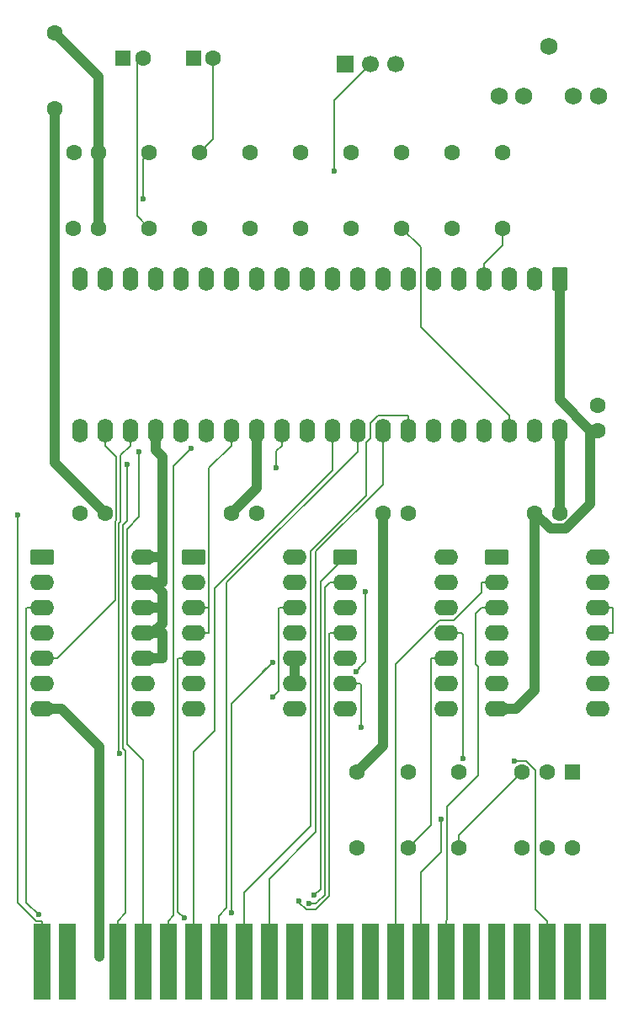
<source format=gbr>
%TF.GenerationSoftware,KiCad,Pcbnew,9.0.3*%
%TF.CreationDate,2025-08-12T14:11:43+01:00*%
%TF.ProjectId,MyZON-X,4d795a4f-4e2d-4582-9e6b-696361645f70,1.0*%
%TF.SameCoordinates,Original*%
%TF.FileFunction,Copper,L1,Top*%
%TF.FilePolarity,Positive*%
%FSLAX46Y46*%
G04 Gerber Fmt 4.6, Leading zero omitted, Abs format (unit mm)*
G04 Created by KiCad (PCBNEW 9.0.3) date 2025-08-12 14:11:43*
%MOMM*%
%LPD*%
G01*
G04 APERTURE LIST*
G04 Aperture macros list*
%AMRoundRect*
0 Rectangle with rounded corners*
0 $1 Rounding radius*
0 $2 $3 $4 $5 $6 $7 $8 $9 X,Y pos of 4 corners*
0 Add a 4 corners polygon primitive as box body*
4,1,4,$2,$3,$4,$5,$6,$7,$8,$9,$2,$3,0*
0 Add four circle primitives for the rounded corners*
1,1,$1+$1,$2,$3*
1,1,$1+$1,$4,$5*
1,1,$1+$1,$6,$7*
1,1,$1+$1,$8,$9*
0 Add four rect primitives between the rounded corners*
20,1,$1+$1,$2,$3,$4,$5,0*
20,1,$1+$1,$4,$5,$6,$7,0*
20,1,$1+$1,$6,$7,$8,$9,0*
20,1,$1+$1,$8,$9,$2,$3,0*%
G04 Aperture macros list end*
%TA.AperFunction,ComponentPad*%
%ADD10C,1.600000*%
%TD*%
%TA.AperFunction,ComponentPad*%
%ADD11RoundRect,0.250000X-0.550000X0.950000X-0.550000X-0.950000X0.550000X-0.950000X0.550000X0.950000X0*%
%TD*%
%TA.AperFunction,ComponentPad*%
%ADD12O,1.600000X2.400000*%
%TD*%
%TA.AperFunction,ConnectorPad*%
%ADD13R,1.778000X7.620000*%
%TD*%
%TA.AperFunction,ComponentPad*%
%ADD14RoundRect,0.250000X-0.550000X0.550000X-0.550000X-0.550000X0.550000X-0.550000X0.550000X0.550000X0*%
%TD*%
%TA.AperFunction,ComponentPad*%
%ADD15R,1.700000X1.700000*%
%TD*%
%TA.AperFunction,ComponentPad*%
%ADD16C,1.700000*%
%TD*%
%TA.AperFunction,ComponentPad*%
%ADD17RoundRect,0.250000X-0.550000X-0.550000X0.550000X-0.550000X0.550000X0.550000X-0.550000X0.550000X0*%
%TD*%
%TA.AperFunction,ComponentPad*%
%ADD18C,1.752600*%
%TD*%
%TA.AperFunction,ComponentPad*%
%ADD19RoundRect,0.250000X-0.950000X-0.550000X0.950000X-0.550000X0.950000X0.550000X-0.950000X0.550000X0*%
%TD*%
%TA.AperFunction,ComponentPad*%
%ADD20O,2.400000X1.600000*%
%TD*%
%TA.AperFunction,ViaPad*%
%ADD21C,0.600000*%
%TD*%
%TA.AperFunction,ViaPad*%
%ADD22C,0.800000*%
%TD*%
%TA.AperFunction,Conductor*%
%ADD23C,1.000000*%
%TD*%
%TA.AperFunction,Conductor*%
%ADD24C,0.200000*%
%TD*%
G04 APERTURE END LIST*
D10*
%TO.P,R12,1*%
%TO.N,GND*%
X57150000Y-59055000D03*
%TO.P,R12,2*%
%TO.N,GND_AUDIO*%
X57150000Y-51435000D03*
%TD*%
%TO.P,C5,1*%
%TO.N,VCC*%
X59710000Y-99695000D03*
%TO.P,C5,2*%
%TO.N,GND*%
X62210000Y-99695000D03*
%TD*%
%TO.P,R4,1*%
%TO.N,/OUTA*%
X102235000Y-71120000D03*
%TO.P,R4,2*%
%TO.N,Net-(C1-Pad1)*%
X102235000Y-63500000D03*
%TD*%
D11*
%TO.P,U1,1,GND*%
%TO.N,GND*%
X107940000Y-76200000D03*
D12*
%TO.P,U1,2,NC2*%
%TO.N,unconnected-(U1-NC2-Pad2)*%
X105400000Y-76200000D03*
%TO.P,U1,3,OUTB*%
%TO.N,/OUTB*%
X102860000Y-76200000D03*
%TO.P,U1,4,OUTA*%
%TO.N,/OUTA*%
X100320000Y-76200000D03*
%TO.P,U1,5,NC5*%
%TO.N,unconnected-(U1-NC5-Pad5)*%
X97780000Y-76200000D03*
%TO.P,U1,6,IOB7*%
%TO.N,unconnected-(U1-IOB7-Pad6)*%
X95240000Y-76200000D03*
%TO.P,U1,7,IOB6*%
%TO.N,unconnected-(U1-IOB6-Pad7)*%
X92700000Y-76200000D03*
%TO.P,U1,8,IOB5*%
%TO.N,unconnected-(U1-IOB5-Pad8)*%
X90160000Y-76200000D03*
%TO.P,U1,9,IOB4*%
%TO.N,unconnected-(U1-IOB4-Pad9)*%
X87620000Y-76200000D03*
%TO.P,U1,10,IOB3*%
%TO.N,unconnected-(U1-IOB3-Pad10)*%
X85080000Y-76200000D03*
%TO.P,U1,11,IOB2*%
%TO.N,unconnected-(U1-IOB2-Pad11)*%
X82540000Y-76200000D03*
%TO.P,U1,12,IOB1*%
%TO.N,unconnected-(U1-IOB1-Pad12)*%
X80000000Y-76200000D03*
%TO.P,U1,13,IOB0*%
%TO.N,unconnected-(U1-IOB0-Pad13)*%
X77460000Y-76200000D03*
%TO.P,U1,14,IOA7*%
%TO.N,unconnected-(U1-IOA7-Pad14)*%
X74920000Y-76200000D03*
%TO.P,U1,15,IOA6*%
%TO.N,unconnected-(U1-IOA6-Pad15)*%
X72380000Y-76200000D03*
%TO.P,U1,16,IOA5*%
%TO.N,unconnected-(U1-IOA5-Pad16)*%
X69840000Y-76200000D03*
%TO.P,U1,17,IOA4*%
%TO.N,unconnected-(U1-IOA4-Pad17)*%
X67300000Y-76200000D03*
%TO.P,U1,18,IOA3*%
%TO.N,unconnected-(U1-IOA3-Pad18)*%
X64760000Y-76200000D03*
%TO.P,U1,19,IOA2*%
%TO.N,unconnected-(U1-IOA2-Pad19)*%
X62220000Y-76200000D03*
%TO.P,U1,20,IOA1*%
%TO.N,unconnected-(U1-IOA1-Pad20)*%
X59680000Y-76200000D03*
%TO.P,U1,21,IOA0*%
%TO.N,unconnected-(U1-IOA0-Pad21)*%
X59680000Y-91440000D03*
%TO.P,U1,22,CLOCK*%
%TO.N,/PSGCLK*%
X62220000Y-91440000D03*
%TO.P,U1,23,RESET*%
%TO.N,/~{RESET}*%
X64760000Y-91440000D03*
%TO.P,U1,24,A9*%
%TO.N,VCC*%
X67300000Y-91440000D03*
%TO.P,U1,25,A8*%
X69840000Y-91440000D03*
%TO.P,U1,26,TEST2*%
%TO.N,unconnected-(U1-TEST2-Pad26)*%
X72380000Y-91440000D03*
%TO.P,U1,27,BDIR*%
%TO.N,/BDIR*%
X74920000Y-91440000D03*
%TO.P,U1,28,BC2*%
%TO.N,VCC*%
X77460000Y-91440000D03*
%TO.P,U1,29,BC1*%
%TO.N,/BC1*%
X80000000Y-91440000D03*
%TO.P,U1,30,D7*%
%TO.N,/D7*%
X82540000Y-91440000D03*
%TO.P,U1,31,D6*%
%TO.N,/D6*%
X85080000Y-91440000D03*
%TO.P,U1,32,D5*%
%TO.N,/D5*%
X87620000Y-91440000D03*
%TO.P,U1,33,D4*%
%TO.N,/D4*%
X90160000Y-91440000D03*
%TO.P,U1,34,D3*%
%TO.N,/D3*%
X92700000Y-91440000D03*
%TO.P,U1,35,D2*%
%TO.N,/D2*%
X95240000Y-91440000D03*
%TO.P,U1,36,D1*%
%TO.N,/D1*%
X97780000Y-91440000D03*
%TO.P,U1,37,D0*%
%TO.N,/D0*%
X100320000Y-91440000D03*
%TO.P,U1,38,OUTC*%
%TO.N,/OUTC*%
X102860000Y-91440000D03*
%TO.P,U1,39,TEST1*%
%TO.N,unconnected-(U1-TEST1-Pad39)*%
X105400000Y-91440000D03*
%TO.P,U1,40,VCC*%
%TO.N,VCC*%
X107940000Y-91440000D03*
%TD*%
D10*
%TO.P,R11,1*%
%TO.N,Net-(C2-Pad2)*%
X66675000Y-71120000D03*
%TO.P,R11,2*%
%TO.N,Net-(CO3-Pin_1)*%
X66675000Y-63500000D03*
%TD*%
%TO.P,C3,1*%
%TO.N,Net-(CO3-Pin_2)*%
X59080000Y-63500000D03*
%TO.P,C3,2*%
%TO.N,GND_AUDIO*%
X61580000Y-63500000D03*
%TD*%
%TO.P,R3,1*%
%TO.N,VCC*%
X87555000Y-125730000D03*
%TO.P,R3,2*%
%TO.N,Net-(R3-Pad2)*%
X87555000Y-133350000D03*
%TD*%
%TO.P,C6,1*%
%TO.N,VCC*%
X74950000Y-99695000D03*
%TO.P,C6,2*%
%TO.N,GND*%
X77450000Y-99695000D03*
%TD*%
D13*
%TO.P,CO1,B3,D7*%
%TO.N,/D7*%
X55874982Y-144780000D03*
%TO.P,CO1,B4,~{RAMCS}*%
%TO.N,unconnected-(CO1-~{RAMCS}-PadB4)*%
X58414982Y-144780000D03*
%TO.P,CO1,B6,D0*%
%TO.N,/D0*%
X63494982Y-144780000D03*
%TO.P,CO1,B7,D1*%
%TO.N,/D1*%
X66034982Y-144780000D03*
%TO.P,CO1,B8,D2*%
%TO.N,/D2*%
X68574982Y-144780000D03*
%TO.P,CO1,B9,D6*%
%TO.N,/D6*%
X71114982Y-144780000D03*
%TO.P,CO1,B10,D5*%
%TO.N,/D5*%
X73654982Y-144780000D03*
%TO.P,CO1,B11,D3*%
%TO.N,/D3*%
X76194982Y-144780000D03*
%TO.P,CO1,B12,D4*%
%TO.N,/D4*%
X78724982Y-144780000D03*
%TO.P,CO1,B13,~{INT}*%
%TO.N,unconnected-(CO1-~{INT}-PadB13)*%
X81274982Y-144780000D03*
%TO.P,CO1,B14,~{NMI}*%
%TO.N,unconnected-(CO1-~{NMI}-PadB14)*%
X83814982Y-144780000D03*
%TO.P,CO1,B15,~{HALT}*%
%TO.N,unconnected-(CO1-~{HALT}-PadB15)*%
X86354982Y-144780000D03*
%TO.P,CO1,B16,~{MREQ}*%
%TO.N,unconnected-(CO1-~{MREQ}-PadB16)*%
X88894982Y-144780000D03*
%TO.P,CO1,B17,~{IOREQ}*%
%TO.N,/~{IOREQ}*%
X91434982Y-144780000D03*
%TO.P,CO1,B18,~{RD}*%
%TO.N,/~{RD}*%
X93974982Y-144780000D03*
%TO.P,CO1,B19,~{WR}*%
%TO.N,/~{WR}*%
X96514982Y-144780000D03*
%TO.P,CO1,B20,~{BUSAC}*%
%TO.N,unconnected-(CO1-~{BUSAC}-PadB20)*%
X99054982Y-144780000D03*
%TO.P,CO1,B21,~{WAIT}*%
%TO.N,unconnected-(CO1-~{WAIT}-PadB21)*%
X101594982Y-144780000D03*
%TO.P,CO1,B22,~{BUSRQ}*%
%TO.N,unconnected-(CO1-~{BUSRQ}-PadB22)*%
X104134982Y-144780000D03*
%TO.P,CO1,B23,~{RESET}*%
%TO.N,/~{RESET}*%
X106674982Y-144780000D03*
%TO.P,CO1,B24,~{M1}*%
%TO.N,unconnected-(CO1-~{M1}-PadB24)*%
X109214982Y-144780000D03*
%TO.P,CO1,B25,~{RFSH}*%
%TO.N,unconnected-(CO1-~{RFSH}-PadB25)*%
X111754982Y-144780000D03*
%TD*%
D10*
%TO.P,R1,1*%
%TO.N,VCC*%
X97785000Y-125730000D03*
%TO.P,R1,2*%
%TO.N,Net-(R1-Pad2)*%
X97785000Y-133350000D03*
%TD*%
D14*
%TO.P,SW1,1*%
%TO.N,Net-(R3-Pad2)*%
X109220000Y-125730000D03*
D10*
%TO.P,SW1,2*%
%TO.N,Net-(R2-Pad2)*%
X106680000Y-125730000D03*
%TO.P,SW1,3*%
%TO.N,Net-(R1-Pad2)*%
X104140000Y-125730000D03*
%TO.P,SW1,4*%
%TO.N,/A6*%
X104140000Y-133350000D03*
%TO.P,SW1,5*%
%TO.N,/A5*%
X106680000Y-133350000D03*
%TO.P,SW1,6*%
%TO.N,/A4*%
X109220000Y-133350000D03*
%TD*%
%TO.P,R8,1*%
%TO.N,Net-(C1-Pad1)*%
X81915000Y-63500000D03*
%TO.P,R8,2*%
%TO.N,GND_AUDIO*%
X81915000Y-71120000D03*
%TD*%
%TO.P,R2,1*%
%TO.N,VCC*%
X92705000Y-125730000D03*
%TO.P,R2,2*%
%TO.N,Net-(R2-Pad2)*%
X92705000Y-133350000D03*
%TD*%
D15*
%TO.P,CO3,1,Pin_1*%
%TO.N,Net-(CO3-Pin_1)*%
X86355000Y-54610000D03*
D16*
%TO.P,CO3,2,Pin_2*%
%TO.N,Net-(CO3-Pin_2)*%
X88895000Y-54610000D03*
%TO.P,CO3,3,Pin_3*%
%TO.N,GND_AUDIO*%
X91435000Y-54610000D03*
%TD*%
D10*
%TO.P,C4,1*%
%TO.N,Net-(CO3-Pin_1)*%
X59060000Y-71120000D03*
%TO.P,C4,2*%
%TO.N,GND_AUDIO*%
X61560000Y-71120000D03*
%TD*%
D17*
%TO.P,C2,1*%
%TO.N,Net-(C2-Pad1)*%
X64035000Y-53975000D03*
D10*
%TO.P,C2,2*%
%TO.N,Net-(C2-Pad2)*%
X66035000Y-53975000D03*
%TD*%
%TO.P,R7,1*%
%TO.N,Net-(C1-Pad1)*%
X86995000Y-63500000D03*
%TO.P,R7,2*%
%TO.N,/OUTC*%
X86995000Y-71120000D03*
%TD*%
%TO.P,R5,1*%
%TO.N,/OUTB*%
X97155000Y-71120000D03*
%TO.P,R5,2*%
%TO.N,Net-(C2-Pad1)*%
X97155000Y-63500000D03*
%TD*%
D18*
%TO.P,CO2,1,1*%
%TO.N,unconnected-(CO2-Pad1)*%
X111845100Y-57840000D03*
%TO.P,CO2,2,2*%
%TO.N,Net-(CO3-Pin_2)*%
X109345100Y-57840000D03*
%TO.P,CO2,3,3*%
%TO.N,Net-(CO3-Pin_1)*%
X104345100Y-57840000D03*
%TO.P,CO2,4,4*%
%TO.N,unconnected-(CO2-Pad4)*%
X101845100Y-57840000D03*
%TO.P,CO2,5,5*%
%TO.N,GND_AUDIO*%
X106845100Y-52840000D03*
%TD*%
D19*
%TO.P,U4,1*%
%TO.N,/A3*%
X86360000Y-104140000D03*
D20*
%TO.P,U4,2*%
%TO.N,/A2*%
X86360000Y-106680000D03*
%TO.P,U4,3*%
%TO.N,Net-(U4-Pad12)*%
X86360000Y-109220000D03*
%TO.P,U4,4*%
%TO.N,/A0*%
X86360000Y-111760000D03*
%TO.P,U4,5*%
%TO.N,Net-(U4-Pad5)*%
X86360000Y-114300000D03*
%TO.P,U4,6*%
%TO.N,/VALID*%
X86360000Y-116840000D03*
%TO.P,U4,7,GND*%
%TO.N,GND*%
X86360000Y-119380000D03*
%TO.P,U4,8*%
%TO.N,Net-(U4-Pad5)*%
X96520000Y-119380000D03*
%TO.P,U4,9*%
%TO.N,Net-(R3-Pad2)*%
X96520000Y-116840000D03*
%TO.P,U4,10*%
%TO.N,Net-(R2-Pad2)*%
X96520000Y-114300000D03*
%TO.P,U4,11*%
%TO.N,Net-(R1-Pad2)*%
X96520000Y-111760000D03*
%TO.P,U4,12*%
%TO.N,Net-(U4-Pad12)*%
X96520000Y-109220000D03*
%TO.P,U4,13*%
%TO.N,/A1*%
X96520000Y-106680000D03*
%TO.P,U4,14,VCC*%
%TO.N,VCC*%
X96520000Y-104140000D03*
%TD*%
D19*
%TO.P,U5,1*%
%TO.N,/IOWR*%
X101600000Y-104140000D03*
D20*
%TO.P,U5,2*%
%TO.N,/~{IOREQ}*%
X101600000Y-106680000D03*
%TO.P,U5,3*%
%TO.N,/~{WR}*%
X101600000Y-109220000D03*
%TO.P,U5,4*%
%TO.N,Net-(U5-Pad11)*%
X101600000Y-111760000D03*
%TO.P,U5,5*%
%TO.N,Net-(U3-Pad6)*%
X101600000Y-114300000D03*
%TO.P,U5,6*%
%TO.N,Net-(U3-Pad11)*%
X101600000Y-116840000D03*
%TO.P,U5,7,GND*%
%TO.N,GND*%
X101600000Y-119380000D03*
%TO.P,U5,8*%
%TO.N,/~{IOREQ}*%
X111760000Y-119380000D03*
%TO.P,U5,9*%
%TO.N,/~{RD}*%
X111760000Y-116840000D03*
%TO.P,U5,10*%
%TO.N,/IORD*%
X111760000Y-114300000D03*
%TO.P,U5,11*%
%TO.N,Net-(U5-Pad11)*%
X111760000Y-111760000D03*
%TO.P,U5,12*%
X111760000Y-109220000D03*
%TO.P,U5,13*%
%TO.N,/BC1*%
X111760000Y-106680000D03*
%TO.P,U5,14,VCC*%
%TO.N,VCC*%
X111760000Y-104140000D03*
%TD*%
D17*
%TO.P,C1,1*%
%TO.N,Net-(C1-Pad1)*%
X71115000Y-53975000D03*
D10*
%TO.P,C1,2*%
%TO.N,Net-(C1-Pad2)*%
X73115000Y-53975000D03*
%TD*%
%TO.P,R6,1*%
%TO.N,Net-(C2-Pad1)*%
X92075000Y-63500000D03*
%TO.P,R6,2*%
%TO.N,/OUTC*%
X92075000Y-71120000D03*
%TD*%
%TO.P,C9,1*%
%TO.N,VCC*%
X111755000Y-88900000D03*
%TO.P,C9,2*%
%TO.N,GND*%
X111755000Y-91400000D03*
%TD*%
D19*
%TO.P,U3,1*%
%TO.N,/VALID*%
X71120000Y-104140000D03*
D20*
%TO.P,U3,2*%
%TO.N,/IOWR*%
X71120000Y-106680000D03*
%TO.P,U3,3*%
%TO.N,/BDIR*%
X71120000Y-109220000D03*
%TO.P,U3,4*%
X71120000Y-111760000D03*
%TO.P,U3,5*%
%TO.N,/A7*%
X71120000Y-114300000D03*
%TO.P,U3,6*%
%TO.N,Net-(U3-Pad6)*%
X71120000Y-116840000D03*
%TO.P,U3,7,GND*%
%TO.N,GND*%
X71120000Y-119380000D03*
%TO.P,U3,8*%
%TO.N,unconnected-(U3-Pad8)*%
X81280000Y-119380000D03*
%TO.P,U3,9*%
%TO.N,GND*%
X81280000Y-116840000D03*
%TO.P,U3,10*%
X81280000Y-114300000D03*
%TO.P,U3,11*%
%TO.N,Net-(U3-Pad11)*%
X81280000Y-111760000D03*
%TO.P,U3,12*%
%TO.N,/VALID*%
X81280000Y-109220000D03*
%TO.P,U3,13*%
%TO.N,/IORD*%
X81280000Y-106680000D03*
%TO.P,U3,14,VCC*%
%TO.N,VCC*%
X81280000Y-104140000D03*
%TD*%
D19*
%TO.P,U2,1,~{R}*%
%TO.N,VCC*%
X55880000Y-104140000D03*
D20*
%TO.P,U2,2,D*%
%TO.N,Net-(U2A-D)*%
X55880000Y-106680000D03*
%TO.P,U2,3,C*%
%TO.N,/CLK*%
X55880000Y-109220000D03*
%TO.P,U2,4,~{S}*%
%TO.N,VCC*%
X55880000Y-111760000D03*
%TO.P,U2,5,Q*%
%TO.N,/PSGCLK*%
X55880000Y-114300000D03*
%TO.P,U2,6,~{Q}*%
%TO.N,Net-(U2A-D)*%
X55880000Y-116840000D03*
%TO.P,U2,7,GND*%
%TO.N,GND*%
X55880000Y-119380000D03*
%TO.P,U2,8,~{Q}*%
%TO.N,unconnected-(U2B-~{Q}-Pad8)*%
X66040000Y-119380000D03*
%TO.P,U2,9,Q*%
%TO.N,unconnected-(U2B-Q-Pad9)*%
X66040000Y-116840000D03*
%TO.P,U2,10,~{S}*%
%TO.N,VCC*%
X66040000Y-114300000D03*
%TO.P,U2,11,C*%
X66040000Y-111760000D03*
%TO.P,U2,12,D*%
X66040000Y-109220000D03*
%TO.P,U2,13,~{R}*%
X66040000Y-106680000D03*
%TO.P,U2,14,VCC*%
X66040000Y-104140000D03*
%TD*%
D10*
%TO.P,R10,1*%
%TO.N,Net-(C1-Pad2)*%
X71755000Y-63500000D03*
%TO.P,R10,2*%
%TO.N,Net-(CO3-Pin_2)*%
X71755000Y-71120000D03*
%TD*%
%TO.P,C7,1*%
%TO.N,VCC*%
X90190000Y-99695000D03*
%TO.P,C7,2*%
%TO.N,GND*%
X92690000Y-99695000D03*
%TD*%
%TO.P,C8,1*%
%TO.N,VCC*%
X107930000Y-99695000D03*
%TO.P,C8,2*%
%TO.N,GND*%
X105430000Y-99695000D03*
%TD*%
%TO.P,R9,1*%
%TO.N,Net-(C2-Pad1)*%
X76835000Y-63500000D03*
%TO.P,R9,2*%
%TO.N,GND_AUDIO*%
X76835000Y-71120000D03*
%TD*%
D21*
%TO.N,/VALID*%
X87995500Y-121250400D03*
X79052300Y-118231000D03*
%TO.N,/BC1*%
X79472300Y-95180200D03*
%TO.N,Net-(R1-Pad2)*%
X98217900Y-124333200D03*
%TO.N,/D1*%
X65651300Y-93559200D03*
%TO.N,/D0*%
X64427300Y-94792800D03*
%TO.N,/A0*%
X81730200Y-138707300D03*
%TO.N,/A1*%
X74914500Y-139862900D03*
X79052300Y-114686800D03*
X87442200Y-115616900D03*
X88441600Y-107572400D03*
%TO.N,/A2*%
X82708500Y-138939800D03*
%TO.N,/~{RD}*%
X96033400Y-130492500D03*
%TO.N,/A3*%
X83282700Y-138105000D03*
%TO.N,/A7*%
X70176500Y-140394800D03*
%TO.N,/~{RESET}*%
X103384700Y-124628300D03*
X63653100Y-123841300D03*
%TO.N,Net-(CO3-Pin_1)*%
X66036000Y-68115500D03*
%TO.N,Net-(CO3-Pin_2)*%
X85263300Y-65315300D03*
%TO.N,/D7*%
X53467800Y-99902800D03*
%TO.N,/D2*%
X70900400Y-93204300D03*
%TO.N,/CLK*%
X55547300Y-140047300D03*
D22*
%TO.N,GND*%
X61628800Y-144254800D03*
%TD*%
D23*
%TO.N,GND_AUDIO*%
X61560000Y-63520000D02*
X61560000Y-64095900D01*
X61580000Y-63500000D02*
X61560000Y-63520000D01*
X61560000Y-64095900D02*
X61560000Y-71120000D01*
X61560000Y-55845000D02*
X57150000Y-51435000D01*
X61560000Y-64095900D02*
X61560000Y-55845000D01*
D24*
%TO.N,Net-(U5-Pad11)*%
X113261700Y-111760000D02*
X113261700Y-109220000D01*
X111760000Y-111760000D02*
X113261700Y-111760000D01*
X111760000Y-109220000D02*
X113261700Y-109220000D01*
%TO.N,/VALID*%
X87995500Y-116973800D02*
X87995500Y-121250400D01*
X87861700Y-116840000D02*
X87995500Y-116973800D01*
X79664000Y-109334300D02*
X79778300Y-109220000D01*
X79664000Y-117619300D02*
X79664000Y-109334300D01*
X79052300Y-118231000D02*
X79664000Y-117619300D01*
X81280000Y-109220000D02*
X79778300Y-109220000D01*
X79052300Y-118231000D02*
X79372200Y-117911100D01*
X79372200Y-117911100D02*
X79052300Y-118231000D01*
X86360000Y-116840000D02*
X87861700Y-116840000D01*
%TO.N,/BC1*%
X79472300Y-93469400D02*
X79472300Y-95180200D01*
X80000000Y-92941700D02*
X79472300Y-93469400D01*
X80000000Y-91440000D02*
X80000000Y-92941700D01*
%TO.N,/BDIR*%
X72621700Y-111760000D02*
X72621700Y-109220000D01*
X71120000Y-111760000D02*
X72621700Y-111760000D01*
X71120000Y-109220000D02*
X72521400Y-109220000D01*
X72521400Y-109220000D02*
X72621200Y-109220000D01*
X72621200Y-109220000D02*
X72621700Y-109220000D01*
X72691700Y-95170000D02*
X74920000Y-92941700D01*
X72691700Y-109149500D02*
X72691700Y-95170000D01*
X72621200Y-109220000D02*
X72691700Y-109149500D01*
X74920000Y-91440000D02*
X74920000Y-92941700D01*
%TO.N,/PSGCLK*%
X62220000Y-91440000D02*
X62220000Y-92941700D01*
X55880000Y-114300000D02*
X57381700Y-114300000D01*
X63222200Y-108459500D02*
X57381700Y-114300000D01*
X63222200Y-100581400D02*
X63222200Y-108459500D01*
X63370600Y-100433000D02*
X63222200Y-100581400D01*
X63370600Y-94092300D02*
X63370600Y-100433000D01*
X62220000Y-92941700D02*
X63370600Y-94092300D01*
%TO.N,/OUTC*%
X93970000Y-81048300D02*
X102860000Y-89938300D01*
X93970000Y-73015000D02*
X93970000Y-81048300D01*
X92075000Y-71120000D02*
X93970000Y-73015000D01*
X102860000Y-91440000D02*
X102860000Y-89938300D01*
%TO.N,/OUTA*%
X102235000Y-72783300D02*
X100320000Y-74698300D01*
X102235000Y-71120000D02*
X102235000Y-72783300D01*
X100320000Y-76200000D02*
X100320000Y-74698300D01*
%TO.N,Net-(R2-Pad2)*%
X96520000Y-114300000D02*
X95018300Y-114300000D01*
X95018300Y-131036700D02*
X92705000Y-133350000D01*
X95018300Y-114300000D02*
X95018300Y-131036700D01*
%TO.N,Net-(R1-Pad2)*%
X97785000Y-132085000D02*
X97785000Y-133350000D01*
X104140000Y-125730000D02*
X97785000Y-132085000D01*
X96520000Y-111760000D02*
X98021700Y-111760000D01*
X98217900Y-111956200D02*
X98021700Y-111760000D01*
X98217900Y-124333200D02*
X98217900Y-111956200D01*
%TO.N,/D1*%
X66035000Y-124521300D02*
X66035000Y-144780000D01*
X64427300Y-122913600D02*
X66035000Y-124521300D01*
X64427300Y-101333800D02*
X64427300Y-122913600D01*
X65651300Y-100109800D02*
X64427300Y-101333800D01*
X65651300Y-93559200D02*
X65651300Y-100109800D01*
%TO.N,/~{WR}*%
X101600000Y-109220000D02*
X100098300Y-109220000D01*
X99505100Y-114894300D02*
X99564000Y-114953200D01*
X99505100Y-109813200D02*
X99505100Y-114894300D01*
X100098300Y-109220000D02*
X99505100Y-109813200D01*
X99564000Y-114953200D02*
X99728800Y-115118000D01*
X99564000Y-114953200D02*
X99728800Y-115118000D01*
X99728800Y-126059600D02*
X99728800Y-115118000D01*
X96635100Y-129153300D02*
X99728800Y-126059600D01*
X96635100Y-140548200D02*
X96635100Y-129153300D01*
X96515000Y-140668300D02*
X96635100Y-140548200D01*
X96515000Y-144780000D02*
X96515000Y-140668300D01*
%TO.N,/D0*%
X63495000Y-144780000D02*
X63495000Y-140668300D01*
X64281500Y-139881800D02*
X63495000Y-140668300D01*
X64281500Y-123618500D02*
X64281500Y-139881800D01*
X64025600Y-123362600D02*
X64281500Y-123618500D01*
X64025600Y-100914000D02*
X64025600Y-123362600D01*
X64427300Y-100512300D02*
X64025600Y-100914000D01*
X64427300Y-94792800D02*
X64427300Y-100512300D01*
%TO.N,/D3*%
X89645200Y-89938300D02*
X92700000Y-89938300D01*
X88890000Y-90693500D02*
X89645200Y-89938300D01*
X88890000Y-92182600D02*
X88890000Y-90693500D01*
X88467700Y-92604900D02*
X88890000Y-92182600D01*
X88467700Y-97980300D02*
X88467700Y-92604900D01*
X82884700Y-103563300D02*
X88467700Y-97980300D01*
X82884700Y-131130800D02*
X82884700Y-103563300D01*
X76195000Y-137820500D02*
X82884700Y-131130800D01*
X76195000Y-140668300D02*
X76195000Y-137820500D01*
X76195000Y-144780000D02*
X76195000Y-140668300D01*
X92700000Y-91440000D02*
X92700000Y-89938300D01*
%TO.N,/A0*%
X81730200Y-138821300D02*
X81730200Y-138707300D01*
X82450500Y-139541600D02*
X81730200Y-138821300D01*
X83446600Y-139541600D02*
X82450500Y-139541600D01*
X84778500Y-138209700D02*
X83446600Y-139541600D01*
X84778500Y-111839800D02*
X84778500Y-138209700D01*
X84858300Y-111760000D02*
X84778500Y-111839800D01*
X86360000Y-111760000D02*
X84858300Y-111760000D01*
%TO.N,/A1*%
X88441600Y-114617500D02*
X88441600Y-107572400D01*
X87442200Y-115616900D02*
X88441600Y-114617500D01*
X74914500Y-118824600D02*
X74914500Y-139862900D01*
X79052300Y-114686800D02*
X74914500Y-118824600D01*
X87442200Y-115616900D02*
X87880300Y-115178800D01*
X87880300Y-115178800D02*
X87442200Y-115616900D01*
X79052300Y-114686800D02*
X77968600Y-115770500D01*
X77968600Y-115770500D02*
X79052300Y-114686800D01*
%TO.N,/~{IOREQ}*%
X101600000Y-106680000D02*
X100098300Y-106680000D01*
X100098300Y-107659100D02*
X100098300Y-106680000D01*
X97267400Y-110490000D02*
X100098300Y-107659100D01*
X95826400Y-110490000D02*
X97267400Y-110490000D01*
X91435000Y-114881400D02*
X95826400Y-110490000D01*
X91435000Y-144780000D02*
X91435000Y-114881400D01*
%TO.N,/A2*%
X86360000Y-106680000D02*
X84858300Y-106680000D01*
X83610600Y-138775100D02*
X83432700Y-138953000D01*
X83610600Y-138775100D02*
X83432700Y-138953000D01*
X83419500Y-138939800D02*
X82708500Y-138939800D01*
X83432700Y-138953000D02*
X83419500Y-138939800D01*
X84318400Y-107219900D02*
X84858300Y-106680000D01*
X84318400Y-138067300D02*
X84318400Y-107219900D01*
X83610600Y-138775100D02*
X84318400Y-138067300D01*
%TO.N,/D6*%
X71115000Y-123708200D02*
X71115000Y-144780000D01*
X73254200Y-121569000D02*
X71115000Y-123708200D01*
X73254200Y-107224900D02*
X73254200Y-121569000D01*
X85080000Y-95399100D02*
X73254200Y-107224900D01*
X85080000Y-91440000D02*
X85080000Y-95399100D01*
%TO.N,/~{RD}*%
X93975000Y-135801000D02*
X93975000Y-144780000D01*
X96033400Y-133742600D02*
X93975000Y-135801000D01*
X96033400Y-130492500D02*
X96033400Y-133742600D01*
%TO.N,/A3*%
X83916700Y-137471000D02*
X83282700Y-138105000D01*
X83916700Y-106583300D02*
X83916700Y-137471000D01*
X86360000Y-104140000D02*
X83916700Y-106583300D01*
%TO.N,/D4*%
X90160000Y-96856000D02*
X90160000Y-91440000D01*
X83448900Y-103567100D02*
X90160000Y-96856000D01*
X83448900Y-131717300D02*
X83448900Y-103567100D01*
X78725000Y-136441200D02*
X83448900Y-131717300D01*
X78725000Y-144780000D02*
X78725000Y-136441200D01*
%TO.N,/A7*%
X69554500Y-114363800D02*
X69618300Y-114300000D01*
X69554500Y-139772800D02*
X69554500Y-114363800D01*
X70176500Y-140394800D02*
X69554500Y-139772800D01*
X71120000Y-114300000D02*
X69618300Y-114300000D01*
%TO.N,/~{RESET}*%
X64760000Y-91440000D02*
X64760000Y-92941700D01*
X106675000Y-144780000D02*
X106675000Y-140668300D01*
X104612400Y-124628300D02*
X103384700Y-124628300D01*
X105551600Y-125567500D02*
X104612400Y-124628300D01*
X105551600Y-139544900D02*
X105551600Y-125567500D01*
X106675000Y-140668300D02*
X105551600Y-139544900D01*
X63623900Y-123812100D02*
X63653100Y-123841300D01*
X63623900Y-100747700D02*
X63623900Y-123812100D01*
X63799000Y-100572600D02*
X63623900Y-100747700D01*
X63799000Y-93902700D02*
X63799000Y-100572600D01*
X64760000Y-92941700D02*
X63799000Y-93902700D01*
%TO.N,Net-(CO3-Pin_1)*%
X66036000Y-64139000D02*
X66036000Y-68115500D01*
X66675000Y-63500000D02*
X66036000Y-64139000D01*
%TO.N,/D5*%
X87620000Y-91440000D02*
X87620000Y-92941700D01*
X73655000Y-144780000D02*
X73655000Y-140668300D01*
X73655000Y-140200800D02*
X73655000Y-140668300D01*
X74458400Y-139397400D02*
X73655000Y-140200800D01*
X74458400Y-106671300D02*
X74458400Y-139397400D01*
X87620000Y-93509700D02*
X74458400Y-106671300D01*
X87620000Y-92941700D02*
X87620000Y-93509700D01*
%TO.N,Net-(CO3-Pin_2)*%
X85263300Y-58241700D02*
X85263300Y-65315300D01*
X88895000Y-54610000D02*
X85263300Y-58241700D01*
%TO.N,/D7*%
X55875000Y-144780000D02*
X55875000Y-140668300D01*
X55317500Y-140668300D02*
X55875000Y-140668300D01*
X53467800Y-138818600D02*
X55317500Y-140668300D01*
X53467800Y-99902800D02*
X53467800Y-138818600D01*
%TO.N,/D2*%
X69088900Y-95015800D02*
X70900400Y-93204300D01*
X69088900Y-140154400D02*
X69088900Y-95015800D01*
X68575000Y-140668300D02*
X69088900Y-140154400D01*
X68575000Y-144780000D02*
X68575000Y-140668300D01*
%TO.N,/CLK*%
X54316900Y-138816900D02*
X55547300Y-140047300D01*
X54316900Y-109281400D02*
X54316900Y-138816900D01*
X54378300Y-109220000D02*
X54316900Y-109281400D01*
X55880000Y-109220000D02*
X54378300Y-109220000D01*
D23*
%TO.N,VCC*%
X67991700Y-114300000D02*
X67991700Y-111760000D01*
X66040000Y-114300000D02*
X67991700Y-114300000D01*
X67991700Y-110784200D02*
X67991700Y-109220000D01*
X67015900Y-111760000D02*
X67991700Y-110784200D01*
X66040000Y-111760000D02*
X67015900Y-111760000D01*
X67015900Y-111760000D02*
X67991700Y-111760000D01*
X66040000Y-109220000D02*
X67991700Y-109220000D01*
X107940000Y-99685000D02*
X107940000Y-91440000D01*
X107930000Y-99695000D02*
X107940000Y-99685000D01*
X67991700Y-104140000D02*
X67991700Y-106680000D01*
X66040000Y-104140000D02*
X67991700Y-104140000D01*
X67991700Y-94083400D02*
X67991700Y-104140000D01*
X67300000Y-93391700D02*
X67991700Y-94083400D01*
X67300000Y-91440000D02*
X67300000Y-93391700D01*
X77460000Y-97185000D02*
X74950000Y-99695000D01*
X77460000Y-91440000D02*
X77460000Y-97185000D01*
X90190000Y-123095000D02*
X90190000Y-99695000D01*
X87555000Y-125730000D02*
X90190000Y-123095000D01*
X67991700Y-107655800D02*
X67991700Y-109220000D01*
X67015900Y-106680000D02*
X67991700Y-107655800D01*
X66040000Y-106680000D02*
X67015900Y-106680000D01*
X67015900Y-106680000D02*
X67991700Y-106680000D01*
X66040000Y-109220000D02*
X67991700Y-109220000D01*
%TO.N,GND*%
X81280000Y-116840000D02*
X81280000Y-114300000D01*
X107940000Y-88330200D02*
X111009800Y-91400000D01*
X107940000Y-76200000D02*
X107940000Y-88330200D01*
X111009800Y-91400000D02*
X111755000Y-91400000D01*
X106992900Y-101257900D02*
X105430000Y-99695000D01*
X108576500Y-101257900D02*
X106992900Y-101257900D01*
X111009800Y-98824600D02*
X108576500Y-101257900D01*
X111009800Y-91400000D02*
X111009800Y-98824600D01*
X57150000Y-94635000D02*
X62210000Y-99695000D01*
X57150000Y-59055000D02*
X57150000Y-94635000D01*
X105430000Y-117501700D02*
X103551700Y-119380000D01*
X105430000Y-99695000D02*
X105430000Y-117501700D01*
X101600000Y-119380000D02*
X103551700Y-119380000D01*
X61628800Y-123177100D02*
X61628800Y-144254800D01*
X57831700Y-119380000D02*
X61628800Y-123177100D01*
X55880000Y-119380000D02*
X57831700Y-119380000D01*
D24*
%TO.N,Net-(C2-Pad2)*%
X65434300Y-69879300D02*
X66675000Y-71120000D01*
X65434300Y-54575700D02*
X65434300Y-69879300D01*
X66035000Y-53975000D02*
X65434300Y-54575700D01*
%TO.N,Net-(C1-Pad2)*%
X73115000Y-62140000D02*
X71755000Y-63500000D01*
X73115000Y-53975000D02*
X73115000Y-62140000D01*
%TD*%
M02*

</source>
